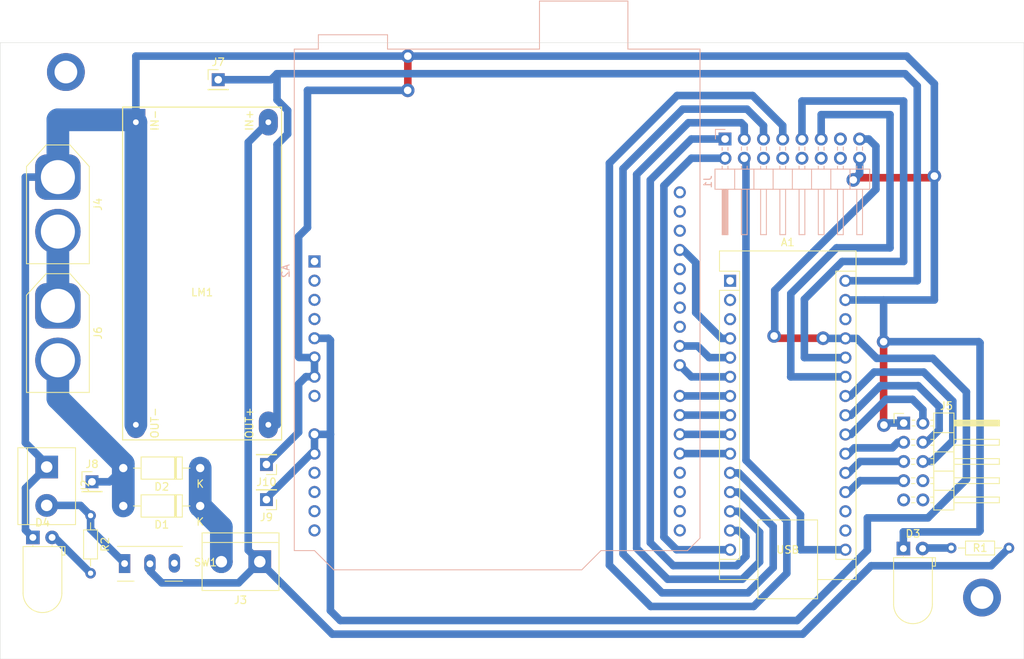
<source format=kicad_pcb>
(kicad_pcb (version 20240108) (generator "pcbnew") (generator_version "8.0")
  (layers (0 "F.Cu" signal) (31 "B.Cu" signal) (34 "B.Paste" user) (35 "F.Paste" user) (36 "B.SilkS" user "B.Silkscreen") (37 "F.SilkS" user "F.Silkscreen") (38 "B.Mask" user) (39 "F.Mask" user) (44 "Edge.Cuts" user))
  (net 0 "")
  (footprint "LED_THT:LED_D5.0mm_Horizontal_O1.27mm_Z3.0mm" (layer "F.Cu") (at 84.547 103.351)
    (property "Reference" "D4" (at 1.27 -1.96 0) (layer "F.SilkS"))
    (property "Value" "LED")
    (pad "1" thru_hole rect (at 0 0) (size 1.8 1.8) (drill 0.9) (layers "*.Cu" "*.Mask"))
    (pad "2" thru_hole circle (at 2.54 0) (size 1.8 1.8) (drill 0.9) (layers "*.Cu" "*.Mask"))
  )
  (footprint "Diode_THT:D_DO-41_SOD81_P10.16mm_Horizontal" (layer "F.Cu") (at 106.65 94.18 180)
    (property "Reference" "D2" (at 5.08 -2.47 180) (layer "F.SilkS"))
    (property "Value" "1N4007")
    (fp_text user "K" (at 0 -2.1 180) (layer "F.SilkS"))
    (pad "1" thru_hole rect (at 0 0 180) (size 2.2 2.2) (drill 1.1) (layers "*.Cu" "*.Mask"))
    (pad "2" thru_hole oval (at 10.16 0 180) (size 2.2 2.2) (drill 1.1) (layers "*.Cu" "*.Mask"))
  )
  (footprint "Resistor_THT:R_Axial_DIN0204_L3.6mm_D1.6mm_P7.62mm_Horizontal" (layer "F.Cu") (at 213.494 104.746 180)
    (property "Reference" "R1" (at 3.81 0 180) (layer "F.SilkS"))
    (property "Value" "220")
    (pad "1" thru_hole circle (at 0 0 180) (size 1.4 1.4) (drill 0.7) (layers "*.Cu" "*.Mask"))
    (pad "2" thru_hole oval (at 7.62 0 180) (size 1.4 1.4) (drill 0.7) (layers "*.Cu" "*.Mask"))
  )
  (footprint "Connector_PinHeader_2.54mm:PinHeader_1x01_P2.54mm_Vertical" (layer "F.Cu") (at 115.404 93.703688 180)
    (property "Reference" "J10" (at 0 -2.33 180) (layer "F.SilkS"))
    (property "Value" "Conn_01x01")
    (pad "1" thru_hole rect (at 0 0 180) (size 1.7 1.7) (drill 1) (layers "*.Cu" "*.Mask"))
  )
  (footprint "Connector_AMASS:AMASS_XT60-M_1x02_P7.20mm_Vertical" (layer "F.Cu") (at 87.854 55.712 -90)
    (property "Reference" "J4" (at 3.6 -5.3 90) (layer "F.SilkS"))
    (property "Value" "Power Input 2")
    (pad "1" thru_hole roundrect (at 0 0 270) (size 6 6) (drill 4.5) (layers "*.Cu" "*.Mask"))
    (pad "2" thru_hole circle (at 7.2 0 270) (size 6 6) (drill 4.5) (layers "*.Cu" "*.Mask"))
  )
  (footprint "LED_THT:LED_D5.0mm_Horizontal_O1.27mm_Z3.0mm" (layer "F.Cu") (at 199.549 104.818688)
    (property "Reference" "D3" (at 1.27 -1.96 0) (layer "F.SilkS"))
    (property "Value" "LED")
    (pad "1" thru_hole rect (at 0 0) (size 1.8 1.8) (drill 0.9) (layers "*.Cu" "*.Mask"))
    (pad "2" thru_hole circle (at 2.54 0) (size 1.8 1.8) (drill 0.9) (layers "*.Cu" "*.Mask"))
  )
  (footprint "Connector_PinHeader_2.54mm:PinHeader_2x05_P2.54mm_Horizontal" (layer "F.Cu") (at 199.588 88.22756)
    (property "Reference" "J5" (at 5.655 -2.27 0) (layer "F.SilkS"))
    (property "Value" "IDC Placa Botones")
    (pad "1" thru_hole rect (at 0 0) (size 1.7 1.7) (drill 1) (layers "*.Cu" "*.Mask"))
    (pad "2" thru_hole oval (at 2.54 0) (size 1.7 1.7) (drill 1) (layers "*.Cu" "*.Mask"))
    (pad "3" thru_hole oval (at 0 2.54) (size 1.7 1.7) (drill 1) (layers "*.Cu" "*.Mask"))
    (pad "4" thru_hole oval (at 2.54 2.54) (size 1.7 1.7) (drill 1) (layers "*.Cu" "*.Mask"))
    (pad "5" thru_hole oval (at 0 5.08) (size 1.7 1.7) (drill 1) (layers "*.Cu" "*.Mask"))
    (pad "6" thru_hole oval (at 2.54 5.08) (size 1.7 1.7) (drill 1) (layers "*.Cu" "*.Mask"))
    (pad "7" thru_hole oval (at 0 7.62) (size 1.7 1.7) (drill 1) (layers "*.Cu" "*.Mask"))
    (pad "8" thru_hole oval (at 2.54 7.62) (size 1.7 1.7) (drill 1) (layers "*.Cu" "*.Mask"))
    (pad "9" thru_hole oval (at 0 10.16) (size 1.7 1.7) (drill 1) (layers "*.Cu" "*.Mask"))
    (pad "10" thru_hole oval (at 2.54 10.16) (size 1.7 1.7) (drill 1) (layers "*.Cu" "*.Mask"))
  )
  (footprint "TerminalBlock:TerminalBlock_bornier-2_P5.08mm" (layer "F.Cu") (at 114.524 106.556 180)
    (property "Reference" "J3" (at 2.54 -5.08 180) (layer "F.SilkS"))
    (property "Value" "On/Off General")
    (pad "1" thru_hole rect (at 0 0 180) (size 3 3) (drill 1.52) (layers "*.Cu" "*.Mask"))
    (pad "2" thru_hole circle (at 5.08 0 180) (size 3 3) (drill 1.52) (layers "*.Cu" "*.Mask"))
  )
  (footprint "Connector_PinHeader_2.54mm:PinHeader_1x01_P2.54mm_Vertical" (layer "F.Cu") (at 92.364 95.993688)
    (property "Reference" "J8" (at 0 -2.33 0) (layer "F.SilkS"))
    (property "Value" "Conn_01x01")
    (pad "1" thru_hole rect (at 0 0) (size 1.7 1.7) (drill 1) (layers "*.Cu" "*.Mask"))
  )
  (footprint "Module:Arduino_Nano" (layer "F.Cu") (at 176.654 69.416)
    (property "Reference" "A1" (at 7.62 -5.08 0) (layer "F.SilkS"))
    (property "Value" "Arduino_Nano_v3.x")
    (fp_text user "USB" (at 7.62 35.56 0) (layer "F.SilkS"))
    (pad "1" thru_hole rect (at 0 0) (size 1.6 1.6) (drill 1) (layers "*.Cu" "*.Mask"))
    (pad "2" thru_hole oval (at 0 2.54) (size 1.6 1.6) (drill 1) (layers "*.Cu" "*.Mask"))
    (pad "3" thru_hole oval (at 0 5.08) (size 1.6 1.6) (drill 1) (layers "*.Cu" "*.Mask"))
    (pad "4" thru_hole oval (at 0 7.62) (size 1.6 1.6) (drill 1) (layers "*.Cu" "*.Mask"))
    (pad "5" thru_hole oval (at 0 10.16) (size 1.6 1.6) (drill 1) (layers "*.Cu" "*.Mask"))
    (pad "6" thru_hole oval (at 0 12.7) (size 1.6 1.6) (drill 1) (layers "*.Cu" "*.Mask"))
    (pad "7" thru_hole oval (at 0 15.24) (size 1.6 1.6) (drill 1) (layers "*.Cu" "*.Mask"))
    (pad "8" thru_hole oval (at 0 17.78) (size 1.6 1.6) (drill 1) (layers "*.Cu" "*.Mask"))
    (pad "9" thru_hole oval (at 0 20.32) (size 1.6 1.6) (drill 1) (layers "*.Cu" "*.Mask"))
    (pad "10" thru_hole oval (at 0 22.86) (size 1.6 1.6) (drill 1) (layers "*.Cu" "*.Mask"))
    (pad "11" thru_hole oval (at 0 25.4) (size 1.6 1.6) (drill 1) (layers "*.Cu" "*.Mask"))
    (pad "12" thru_hole oval (at 0 27.94) (size 1.6 1.6) (drill 1) (layers "*.Cu" "*.Mask"))
    (pad "13" thru_hole oval (at 0 30.48) (size 1.6 1.6) (drill 1) (layers "*.Cu" "*.Mask"))
    (pad "14" thru_hole oval (at 0 33.02) (size 1.6 1.6) (drill 1) (layers "*.Cu" "*.Mask"))
    (pad "15" thru_hole oval (at 0 35.56) (size 1.6 1.6) (drill 1) (layers "*.Cu" "*.Mask"))
    (pad "16" thru_hole oval (at 15.24 35.56) (size 1.6 1.6) (drill 1) (layers "*.Cu" "*.Mask"))
    (pad "17" thru_hole oval (at 15.24 33.02) (size 1.6 1.6) (drill 1) (layers "*.Cu" "*.Mask"))
    (pad "18" thru_hole oval (at 15.24 30.48) (size 1.6 1.6) (drill 1) (layers "*.Cu" "*.Mask"))
    (pad "19" thru_hole oval (at 15.24 27.94) (size 1.6 1.6) (drill 1) (layers "*.Cu" "*.Mask"))
    (pad "20" thru_hole oval (at 15.24 25.4) (size 1.6 1.6) (drill 1) (layers "*.Cu" "*.Mask"))
    (pad "21" thru_hole oval (at 15.24 22.86) (size 1.6 1.6) (drill 1) (layers "*.Cu" "*.Mask"))
    (pad "22" thru_hole oval (at 15.24 20.32) (size 1.6 1.6) (drill 1) (layers "*.Cu" "*.Mask"))
    (pad "23" thru_hole oval (at 15.24 17.78) (size 1.6 1.6) (drill 1) (layers "*.Cu" "*.Mask"))
    (pad "24" thru_hole oval (at 15.24 15.24) (size 1.6 1.6) (drill 1) (layers "*.Cu" "*.Mask"))
    (pad "25" thru_hole oval (at 15.24 12.7) (size 1.6 1.6) (drill 1) (layers "*.Cu" "*.Mask"))
    (pad "26" thru_hole oval (at 15.24 10.16) (size 1.6 1.6) (drill 1) (layers "*.Cu" "*.Mask"))
    (pad "27" thru_hole oval (at 15.24 7.62) (size 1.6 1.6) (drill 1) (layers "*.Cu" "*.Mask"))
    (pad "28" thru_hole oval (at 15.24 5.08) (size 1.6 1.6) (drill 1) (layers "*.Cu" "*.Mask"))
    (pad "29" thru_hole oval (at 15.24 2.54) (size 1.6 1.6) (drill 1) (layers "*.Cu" "*.Mask"))
    (pad "30" thru_hole oval (at 15.24 0) (size 1.6 1.6) (drill 1) (layers "*.Cu" "*.Mask"))
  )
  (footprint "TerminalBlock:TerminalBlock_bornier-2_P5.08mm" (layer "F.Cu") (at 86.374 94.036 -90)
    (property "Reference" "J2" (at 2.54 -5.08 90) (layer "F.SilkS"))
    (property "Value" "Power Monster")
    (pad "1" thru_hole rect (at 0 0 270) (size 3 3) (drill 1.52) (layers "*.Cu" "*.Mask"))
    (pad "2" thru_hole circle (at 5.08 0 270) (size 3 3) (drill 1.52) (layers "*.Cu" "*.Mask"))
  )
  (footprint "Connector_PinHeader_2.54mm:PinHeader_1x01_P2.54mm_Vertical" (layer "F.Cu") (at 109.034 42.833688)
    (property "Reference" "J7" (at 0 -2.33 0) (layer "F.SilkS"))
    (property "Value" "Conn_01x01")
    (pad "1" thru_hole rect (at 0 0) (size 1.7 1.7) (drill 1) (layers "*.Cu" "*.Mask"))
  )
  (footprint "Resistor_THT:R_Axial_DIN0204_L3.6mm_D1.6mm_P7.62mm_Horizontal" (layer "F.Cu") (at 92.172 100.46 -90)
    (property "Reference" "R2" (at 3.81 -1.92 90) (layer "F.SilkS"))
    (property "Value" "220")
    (pad "1" thru_hole circle (at 0 0 270) (size 1.4 1.4) (drill 0.7) (layers "*.Cu" "*.Mask"))
    (pad "2" thru_hole oval (at 7.62 0 270) (size 1.4 1.4) (drill 0.7) (layers "*.Cu" "*.Mask"))
  )
  (footprint "Connector_PinHeader_2.54mm:PinHeader_1x01_P2.54mm_Vertical" (layer "F.Cu") (at 115.404 98.353688 180)
    (property "Reference" "J9" (at 0 -2.33 180) (layer "F.SilkS"))
    (property "Value" "Conn_01x01")
    (pad "1" thru_hole rect (at 0 0 180) (size 1.7 1.7) (drill 1) (layers "*.Cu" "*.Mask"))
  )
  (footprint "" (layer "F.Cu") (at 209.94 111.3)
    (property "Reference" "" (at 0 0 0) (layer "F.SilkS") (effects (font (size 1.27 1.27))))
    (property "Value" "")
    (pad "2" thru_hole circle (at 0 0 180) (size 5 5) (drill 3) (layers "*.Cu" "*.Mask"))
  )
  (footprint "StepDown:StepDown" (layer "F.Cu") (at 106.904 68.456)
    (property "Reference" "LM1" (at 0 2.5 0) (layer "F.SilkS"))
    (property "Value" "LM2596_OK")
    (fp_text user "OUT+" (at 6.25 19.75 90) (layer "F.SilkS"))
    (fp_text user "IN-" (at -6.25 -20.25 90) (layer "F.SilkS"))
    (fp_text user "IN+" (at 6.25 -20.25 90) (layer "F.SilkS"))
    (fp_text user "OUT-" (at -6.25 19.75 90) (layer "F.SilkS"))
    (pad "1" thru_hole rect (at -8.75 -20) (size 2.5 3.5) (drill 0.762) (layers "*.Cu" "*.Mask"))
    (pad "2" thru_hole oval (at 8.75 -20) (size 2.5 3.5) (drill 0.762) (layers "*.Cu" "*.Mask"))
    (pad "3" thru_hole oval (at -8.75 20) (size 2.5 3.5) (drill 0.762) (layers "*.Cu" "*.Mask"))
    (pad "4" thru_hole oval (at 8.75 20) (size 2.5 3.5) (drill 0.762) (layers "*.Cu" "*.Mask"))
  )
  (footprint "Diode_THT:D_DO-41_SOD81_P10.16mm_Horizontal" (layer "F.Cu") (at 106.65 99.19 180)
    (property "Reference" "D1" (at 5.08 -2.47 180) (layer "F.SilkS"))
    (property "Value" "1N4007")
    (fp_text user "K" (at 0 -2.1 180) (layer "F.SilkS"))
    (pad "1" thru_hole rect (at 0 0 180) (size 2.2 2.2) (drill 1.1) (layers "*.Cu" "*.Mask"))
    (pad "2" thru_hole oval (at 10.16 0 180) (size 2.2 2.2) (drill 1.1) (layers "*.Cu" "*.Mask"))
  )
  (footprint "Connector_AMASS:AMASS_XT60-M_1x02_P7.20mm_Vertical" (layer "F.Cu") (at 87.854 72.73 -90)
    (property "Reference" "J6" (at 3.6 -5.3 90) (layer "F.SilkS"))
    (property "Value" "Power Input 1")
    (pad "1" thru_hole roundrect (at 0 0 270) (size 6 6) (drill 4.5) (layers "*.Cu" "*.Mask"))
    (pad "2" thru_hole circle (at 7.2 0 270) (size 6 6) (drill 4.5) (layers "*.Cu" "*.Mask"))
  )
  (footprint "Button_Switch_THT:SW_Slide_SPDT_Angled_CK_OS102011MA1Q" (layer "F.Cu") (at 98.014 106.836)
    (property "Reference" "SW1" (at 9.34 -0.18 0) (layer "F.SilkS"))
    (property "Value" "On/Off Motores")
    (pad "1" thru_hole rect (at -1.35 -0.03) (size 1.5 2.5) (drill 0.9) (layers "*.Cu" "*.Mask"))
    (pad "2" thru_hole oval (at 2 0) (size 1.5 2.5) (drill 0.9) (layers "*.Cu" "*.Mask"))
    (pad "3" thru_hole oval (at 5.23 -0.08) (size 1.5 2.5) (drill 0.9) (layers "*.Cu" "*.Mask"))
  )
  (footprint "" (layer "F.Cu") (at 88.91 41.82)
    (property "Reference" "" (at 0 0 0) (layer "F.SilkS") (effects (font (size 1.27 1.27))))
    (property "Value" "")
    (pad "2" thru_hole circle (at 0 0 180) (size 5 5) (drill 3) (layers "*.Cu" "*.Mask"))
  )
  (footprint "Module:Arduino_UNO_R3" (layer "B.Cu") (at 121.754 66.861 -90)
    (property "Reference" "A2" (at 1.27 3.81 90) (layer "B.SilkS") (effects (justify mirror)))
    (property "Value" "MONSTER SHIELD")
    (pad "1" thru_hole rect (at 0 0 180) (size 1.6 1.6) (drill 1) (layers "*.Cu" "*.Mask"))
    (pad "2" thru_hole oval (at 2.54 0 180) (size 1.6 1.6) (drill 1) (layers "*.Cu" "*.Mask"))
    (pad "3" thru_hole oval (at 5.08 0 180) (size 1.6 1.6) (drill 1) (layers "*.Cu" "*.Mask"))
    (pad "4" thru_hole oval (at 7.62 0 180) (size 1.6 1.6) (drill 1) (layers "*.Cu" "*.Mask"))
    (pad "5" thru_hole oval (at 10.16 0 180) (size 1.6 1.6) (drill 1) (layers "*.Cu" "*.Mask"))
    (pad "6" thru_hole oval (at 12.7 0 180) (size 1.6 1.6) (drill 1) (layers "*.Cu" "*.Mask"))
    (pad "7" thru_hole oval (at 15.24 0 180) (size 1.6 1.6) (drill 1) (layers "*.Cu" "*.Mask"))
    (pad "8" thru_hole oval (at 17.78 0 180) (size 1.6 1.6) (drill 1) (layers "*.Cu" "*.Mask"))
    (pad "9" thru_hole oval (at 22.86 0 180) (size 1.6 1.6) (drill 1) (layers "*.Cu" "*.Mask"))
    (pad "10" thru_hole oval (at 25.4 0 180) (size 1.6 1.6) (drill 1) (layers "*.Cu" "*.Mask"))
    (pad "11" thru_hole oval (at 27.94 0 180) (size 1.6 1.6) (drill 1) (layers "*.Cu" "*.Mask"))
    (pad "12" thru_hole oval (at 30.48 0 180) (size 1.6 1.6) (drill 1) (layers "*.Cu" "*.Mask"))
    (pad "13" thru_hole oval (at 33.02 0 180) (size 1.6 1.6) (drill 1) (layers "*.Cu" "*.Mask"))
    (pad "14" thru_hole oval (at 35.56 0 180) (size 1.6 1.6) (drill 1) (layers "*.Cu" "*.Mask"))
    (pad "15" thru_hole oval (at 35.56 -48.26 180) (size 1.6 1.6) (drill 1) (layers "*.Cu" "*.Mask"))
    (pad "16" thru_hole oval (at 33.02 -48.26 180) (size 1.6 1.6) (drill 1) (layers "*.Cu" "*.Mask"))
    (pad "17" thru_hole oval (at 30.48 -48.26 180) (size 1.6 1.6) (drill 1) (layers "*.Cu" "*.Mask"))
    (pad "18" thru_hole oval (at 27.94 -48.26 180) (size 1.6 1.6) (drill 1) (layers "*.Cu" "*.Mask"))
    (pad "19" thru_hole oval (at 25.4 -48.26 180) (size 1.6 1.6) (drill 1) (layers "*.Cu" "*.Mask"))
    (pad "20" thru_hole oval (at 22.86 -48.26 180) (size 1.6 1.6) (drill 1) (layers "*.Cu" "*.Mask"))
    (pad "21" thru_hole oval (at 20.32 -48.26 180) (size 1.6 1.6) (drill 1) (layers "*.Cu" "*.Mask"))
    (pad "22" thru_hole oval (at 17.78 -48.26 180) (size 1.6 1.6) (drill 1) (layers "*.Cu" "*.Mask"))
    (pad "23" thru_hole oval (at 13.72 -48.26 180) (size 1.6 1.6) (drill 1) (layers "*.Cu" "*.Mask"))
    (pad "24" thru_hole oval (at 11.18 -48.26 180) (size 1.6 1.6) (drill 1) (layers "*.Cu" "*.Mask"))
    (pad "25" thru_hole oval (at 8.64 -48.26 180) (size 1.6 1.6) (drill 1) (layers "*.Cu" "*.Mask"))
    (pad "26" thru_hole oval (at 6.1 -48.26 180) (size 1.6 1.6) (drill 1) (layers "*.Cu" "*.Mask"))
    (pad "27" thru_hole oval (at 3.56 -48.26 180) (size 1.6 1.6) (drill 1) (layers "*.Cu" "*.Mask"))
    (pad "28" thru_hole oval (at 1.02 -48.26 180) (size 1.6 1.6) (drill 1) (layers "*.Cu" "*.Mask"))
    (pad "29" thru_hole oval (at -1.52 -48.26 180) (size 1.6 1.6) (drill 1) (layers "*.Cu" "*.Mask"))
    (pad "30" thru_hole oval (at -4.06 -48.26 180) (size 1.6 1.6) (drill 1) (layers "*.Cu" "*.Mask"))
    (pad "31" thru_hole oval (at -6.6 -48.26 180) (size 1.6 1.6) (drill 1) (layers "*.Cu" "*.Mask"))
    (pad "32" thru_hole oval (at -9.14 -48.26 180) (size 1.6 1.6) (drill 1) (layers "*.Cu" "*.Mask"))
  )
  (footprint "Connector_PinHeader_2.54mm:PinHeader_2x08_P2.54mm_Horizontal" (layer "B.Cu") (at 175.992 50.676 -90)
    (property "Reference" "J1" (at 5.655 2.27 90) (layer "B.SilkS") (effects (justify mirror)))
    (property "Value" "Conexion Sensores")
    (pad "1" thru_hole rect (at 0 0 270) (size 1.7 1.7) (drill 1) (layers "*.Cu" "*.Mask"))
    (pad "2" thru_hole oval (at 2.54 0 270) (size 1.7 1.7) (drill 1) (layers "*.Cu" "*.Mask"))
    (pad "3" thru_hole oval (at 0 -2.54 270) (size 1.7 1.7) (drill 1) (layers "*.Cu" "*.Mask"))
    (pad "4" thru_hole oval (at 2.54 -2.54 270) (size 1.7 1.7) (drill 1) (layers "*.Cu" "*.Mask"))
    (pad "5" thru_hole oval (at 0 -5.08 270) (size 1.7 1.7) (drill 1) (layers "*.Cu" "*.Mask"))
    (pad "6" thru_hole oval (at 2.54 -5.08 270) (size 1.7 1.7) (drill 1) (layers "*.Cu" "*.Mask"))
    (pad "7" thru_hole oval (at 0 -7.62 270) (size 1.7 1.7) (drill 1) (layers "*.Cu" "*.Mask"))
    (pad "8" thru_hole oval (at 2.54 -7.62 270) (size 1.7 1.7) (drill 1) (layers "*.Cu" "*.Mask"))
    (pad "9" thru_hole oval (at 0 -10.16 270) (size 1.7 1.7) (drill 1) (layers "*.Cu" "*.Mask"))
    (pad "10" thru_hole oval (at 2.54 -10.16 270) (size 1.7 1.7) (drill 1) (layers "*.Cu" "*.Mask"))
    (pad "11" thru_hole oval (at 0 -12.7 270) (size 1.7 1.7) (drill 1) (layers "*.Cu" "*.Mask"))
    (pad "12" thru_hole oval (at 2.54 -12.7 270) (size 1.7 1.7) (drill 1) (layers "*.Cu" "*.Mask"))
    (pad "13" thru_hole oval (at 0 -15.24 270) (size 1.7 1.7) (drill 1) (layers "*.Cu" "*.Mask"))
    (pad "14" thru_hole oval (at 2.54 -15.24 270) (size 1.7 1.7) (drill 1) (layers "*.Cu" "*.Mask"))
    (pad "15" thru_hole oval (at 0 -17.78 270) (size 1.7 1.7) (drill 1) (layers "*.Cu" "*.Mask"))
    (pad "16" thru_hole oval (at 2.54 -17.78 270) (size 1.7 1.7) (drill 1) (layers "*.Cu" "*.Mask"))
  )
  (gr_rect (start 80.23 37.94) (end 215.48 119.43) (stroke (width 0.05)) (fill none) (layer "Edge.Cuts"))
  (segment (start 182.774 77.013688) (end 182.474 76.713688) (width 1) (layer "F.Cu") (net 0))
  (segment (start 193.224 55.793688) (end 203.424 55.793688) (width 1) (layer "F.Cu") (net 0))
  (segment (start 203.424 55.793688) (end 203.644 55.573688) (width 1) (layer "F.Cu") (net 0))
  (segment (start 188.944 77.013688) (end 182.774 77.013688) (width 1) (layer "F.Cu") (net 0))
  (segment (start 134.084 44.22) (end 134.064 44.24) (width 1) (layer "F.Cu") (net 0))
  (segment (start 196.938 77.47256) (end 196.938 88.45256) (width 1) (layer "F.Cu") (net 0))
  (segment (start 196.938 88.45256) (end 196.978635 88.493195) (width 1) (layer "F.Cu") (net 0))
  (segment (start 134.084 39.713688) (end 134.084 44.22) (width 1) (layer "F.Cu") (net 0))
  (segment (start 192.934 56.083688) (end 193.224 55.793688) (width 1) (layer "F.Cu") (net 0))
  (via (at 196.978635 88.493195) (size 1.8) (drill 1) (layers "F.Cu" "B.Cu") (net 0))
  (via (at 134.084 39.713688) (size 1.8) (drill 1) (layers "F.Cu" "B.Cu") (net 0))
  (via (at 192.934 56.083688) (size 1.8) (drill 1) (layers "F.Cu" "B.Cu") (net 0))
  (via (at 134.064 44.24) (size 1.8) (drill 1) (layers "F.Cu" "B.Cu") (net 0))
  (via (at 203.644 55.573688) (size 1.8) (drill 1) (layers "F.Cu" "B.Cu") (net 0))
  (via (at 188.944 77.013688) (size 1.8) (drill 1) (layers "F.Cu" "B.Cu") (net 0))
  (via (at 196.938 77.47256) (size 1.8) (drill 1) (layers "F.Cu" "B.Cu") (net 0))
  (via (at 182.474 76.713688) (size 1.8) (drill 1) (layers "F.Cu" "B.Cu") (net 0))
  (segment (start 160.714 107.01856) (end 166.17144 112.476) (width 1) (layer "B.Cu") (net 0))
  (segment (start 176.639 87.181) (end 176.654 87.196) (width 1) (layer "B.Cu") (net 0))
  (segment (start 202.62856 90.76756) (end 204.278 89.11812) (width 1) (layer "B.Cu") (net 0))
  (segment (start 121.324151 92.261) (end 121.754 92.261) (width 1) (layer "B.Cu") (net 0))
  (segment (start 115.654 48.456) (end 113 51.11) (width 1) (layer "B.Cu") (net 0))
  (segment (start 83.574 102.378) (end 83.574 96.836) (width 1) (layer "B.Cu") (net 0))
  (segment (start 166.17144 112.476) (end 179.760601 112.476) (width 1) (layer "B.Cu") (net 0))
  (segment (start 170.443849 65.341) (end 170.014 65.341) (width 1) (layer "B.Cu") (net 0))
  (segment (start 84.547 103.351) (end 83.574 102.378) (width 1) (layer "B.Cu") (net 0))
  (segment (start 123.854 113.023688) (end 123.854 89.721) (width 1) (layer "B.Cu") (net 0))
  (segment (start 160.714 53.868815) (end 160.714 107.01856) (width 1) (layer "B.Cu") (net 0))
  (segment (start 101.576 109.356) (end 100.064 107.844) (width 1) (layer "B.Cu") (net 0))
  (segment (start 87.854 72.73) (end 87.854 62.912) (width 3) (layer "B.Cu") (net 0))
  (segment (start 206.078 90.559641) (end 206.078 85.326392) (width 1) (layer "B.Cu") (net 0))
  (segment (start 182.354 101.913462) (end 182.354 107.337017) (width 1) (layer "B.Cu") (net 0))
  (segment (start 192.323849 94.816) (end 191.894 94.816) (width 1) (layer "B.Cu") (net 0))
  (segment (start 170.014 92.261) (end 176.639 92.261) (width 1) (layer "B.Cu") (net 0))
  (segment (start 199.77056 42.04) (end 201.384 43.65344) (width 1) (layer "B.Cu") (net 0))
  (segment (start 87.443 103.351) (end 92.172 108.08) (width 1) (layer "B.Cu") (net 0))
  (segment (start 203.442872 79.67256) (end 207.878 84.107688) (width 1) (layer "B.Cu") (net 0))
  (segment (start 118.204 50.012245) (end 118.204 46.899755) (width 1) (layer "B.Cu") (net 0))
  (segment (start 120.827688 62.38) (end 120.827688 44.24) (width 1) (layer "B.Cu") (net 0))
  (segment (start 191.894 82.116) (end 184.666312 82.116) (width 1) (layer "B.Cu") (net 0))
  (segment (start 201.384 43.65344) (end 201.384 69.416) (width 1) (layer "B.Cu") (net 0))
  (segment (start 120.62263 82.101) (end 121.754 82.101) (width 1) (layer "B.Cu") (net 0))
  (segment (start 191.477591 66.86256) (end 186.474 71.866151) (width 1) (layer "B.Cu") (net 0))
  (segment (start 198.823 90.76756) (end 199.588 90.76756) (width 1) (layer "B.Cu") (net 0))
  (segment (start 199.549 104.818688) (end 199.549 102.618688) (width 1) (layer "B.Cu") (net 0))
  (segment (start 183.612 50.676) (end 183.612 48.904832) (width 1) (layer "B.Cu") (net 0))
  (segment (start 172.114 73.62737) (end 172.114 67.011151) (width 1) (layer "B.Cu") (net 0))
  (segment (start 202.128 86.46756) (end 200.753 85.09256) (width 1) (layer "B.Cu") (net 0))
  (segment (start 173.904 79.576) (end 176.654 79.576) (width 1) (layer "B.Cu") (net 0))
  (segment (start 184.674 71.120567) (end 190.732007 65.06256) (width 1) (layer "B.Cu") (net 0))
  (segment (start 196.978635 88.493195) (end 197.24427 88.22756) (width 1) (layer "B.Cu") (net 0))
  (segment (start 172.369 78.041) (end 173.904 79.576) (width 1) (layer "B.Cu") (net 0))
  (segment (start 199.584 66.86256) (end 191.477591 66.86256) (width 1) (layer "B.Cu") (net 0))
  (segment (start 182.474 76.713688) (end 182.554 76.633688) (width 1) (layer "B.Cu") (net 0))
  (segment (start 193.832289 93.30756) (end 192.323849 94.816) (width 1) (layer "B.Cu") (net 0))
  (segment (start 202.128 90.76756) (end 202.62856 90.76756) (width 1) (layer "B.Cu") (net 0))
  (segment (start 184.666312 82.116) (end 184.664 82.113688) (width 1) (layer "B.Cu") (net 0))
  (segment (start 188.944 77.013688) (end 188.966312 77.036) (width 1) (layer "B.Cu") (net 0))
  (segment (start 180.554 106.591433) (end 178.269433 108.876) (width 1) (layer "B.Cu") (net 0))
  (segment (start 116.804 88.456) (end 116.804 51.412245) (width 1) (layer "B.Cu") (net 0))
  (segment (start 92.364 95.993688) (end 94.676312 95.993688) (width 1) (layer "B.Cu") (net 0))
  (segment (start 121.754 77.021) (end 123.601312 77.021) (width 1) (layer "B.Cu") (net 0))
  (segment (start 171.549 82.116) (end 176.654 82.116) (width 1) (layer "B.Cu") (net 0))
  (segment (start 116.804 45.499755) (end 116.804 42.04) (width 1) (layer "B.Cu") (net 0))
  (segment (start 201.384 69.416) (end 191.894 69.416) (width 1) (layer "B.Cu") (net 0))
  (segment (start 180.554 102.659046) (end 180.554 106.591433) (width 1) (layer "B.Cu") (net 0))
  (segment (start 96.49 99.19) (end 96.49 94.18) (width 3) (layer "B.Cu") (net 0))
  (segment (start 202.244168 81.49256) (end 195.688 81.49256) (width 1) (layer "B.Cu") (net 0))
  (segment (start 178.887584 46.726) (end 181.072 48.910416) (width 1) (layer "B.Cu") (net 0))
  (segment (start 123.601312 77.021) (end 123.854 77.273688) (width 1) (layer "B.Cu") (net 0))
  (segment (start 109.444 106.556) (end 109.444 101.984) (width 3) (layer "B.Cu") (net 0))
  (segment (start 206.078 85.326392) (end 202.244168 81.49256) (width 1) (layer "B.Cu") (net 0))
  (segment (start 196.938 71.956) (end 194.464 71.956) (width 1) (layer "B.Cu") (net 0))
  (segment (start 192.934 56.083688) (end 193.772 55.245688) (width 1) (layer "B.Cu") (net 0))
  (segment (start 86.374 99.116) (end 90.828 99.116) (width 1) (layer "B.Cu") (net 0))
  (segment (start 177.790954 99.896) (end 180.554 102.659046) (width 1) (layer "B.Cu") (net 0))
  (segment (start 202.161688 104.746) (end 202.089 104.818688) (width 1) (layer "B.Cu") (net 0))
  (segment (start 177.796538 97.356) (end 182.354 101.913462) (width 1) (layer "B.Cu") (net 0))
  (segment (start 190.732007 65.06256) (end 197.784 65.06256) (width 1) (layer "B.Cu") (net 0))
  (segment (start 203.644 55.573688) (end 203.644 71.956) (width 1) (layer "B.Cu") (net 0))
  (segment (start 87.854 55.712) (end 87.854 48.136) (width 3) (layer "B.Cu") (net 0))
  (segment (start 192.52456 84.656) (end 191.894 84.656) (width 1) (layer "B.Cu") (net 0))
  (segment (start 193.772 55.245688) (end 193.772 53.216) (width 1) (layer "B.Cu") (net 0))
  (segment (start 106.65 94.18) (end 106.65 99.19) (width 3) (layer "B.Cu") (net 0))
  (segment (start 183.612 48.904832) (end 179.633168 44.926) (width 1) (layer "B.Cu") (net 0))
  (segment (start 164.314 104.782017) (end 164.314 55.359983) (width 1) (layer "B.Cu") (net 0))
  (segment (start 193.39017 77.036) (end 196.02673 79.67256) (width 1) (layer "B.Cu") (net 0))
  (segment (start 197.784 47.45256) (end 188.692 47.45256) (width 1) (layer "B.Cu") (net 0))
  (segment (start 118.204 46.899755) (end 116.804 45.499755) (width 1) (layer "B.Cu") (net 0))
  (segment (start 92.172 102.264) (end 96.714 106.806) (width 1) (layer "B.Cu") (net 0))
  (segment (start 116.804 42.04) (end 199.77056 42.04) (width 1) (layer "B.Cu") (net 0))
  (segment (start 175.52263 77.036) (end 172.114 73.62737) (width 1) (layer "B.Cu") (net 0))
  (segment (start 202.790271 100.765849) (end 194.794302 100.765849) (width 1) (layer "B.Cu") (net 0))
  (segment (start 123.854 77.273688) (end 123.854 89.721) (width 1) (layer "B.Cu") (net 0))
  (segment (start 201.498584 83.29256) (end 196.522416 83.29256) (width 1) (layer "B.Cu") (net 0))
  (segment (start 164.314 55.359983) (end 171.147983 48.526) (width 1) (layer "B.Cu") (net 0))
  (segment (start 119.731312 79.561) (end 119.654 79.483688) (width 1) (layer "B.Cu") (net 0))
  (segment (start 186.474 79.576) (end 191.894 79.576) (width 1) (layer "B.Cu") (net 0))
  (segment (start 203.644 55.573688) (end 203.644 43.367856) (width 1) (layer "B.Cu") (net 0))
  (segment (start 124.101688 116.133688) (end 186.251745 116.133688) (width 1) (layer "B.Cu") (net 0))
  (segment (start 116.010312 42.833688) (end 116.804 42.04) (width 1) (layer "B.Cu") (net 0))
  (segment (start 196.02673 79.67256) (end 203.442872 79.67256) (width 1) (layer "B.Cu") (net 0))
  (segment (start 90.828 99.116) (end 92.172 100.46) (width 1) (layer "B.Cu") (net 0))
  (segment (start 87.854 48.136) (end 97.834 48.136) (width 3) (layer "B.Cu") (net 0))
  (segment (start 184.674 82.103688) (end 184.674 71.120567) (width 1) (layer "B.Cu") (net 0))
  (segment (start 202.128 88.22756) (end 202.128 86.46756) (width 1) (layer "B.Cu") (net 0))
  (segment (start 192.62456 89.736) (end 191.894 89.736) (width 1) (layer "B.Cu") (net 0))
  (segment (start 87.854 79.93) (end 87.854 84.966) (width 3) (layer "B.Cu") (net 0))
  (segment (start 191.894 92.276) (end 192.318265 92.276) (width 1) (layer "B.Cu") (net 0))
  (segment (start 195.291745 107.093688) (end 211.146312 107.093688) (width 1) (layer "B.Cu") (net 0))
  (segment (start 87.854 84.966) (end 96.49 93.602) (width 3) (layer "B.Cu") (net 0))
  (segment (start 194.794302 100.765849) (end 194.794302 105.045547) (width 1) (layer "B.Cu") (net 0))
  (segment (start 167.914 56.851151) (end 171.549151 53.216) (width 1) (layer "B.Cu") (net 0))
  (segment (start 198.083 91.50756) (end 198.823 90.76756) (width 1) (layer "B.Cu") (net 0))
  (segment (start 194.974081 50.676) (end 193.772 50.676) (width 1) (layer "B.Cu") (net 0))
  (segment (start 186.474 71.866151) (end 186.474 79.576) (width 1) (layer "B.Cu") (net 0))
  (segment (start 120.827688 44.24) (end 134.064 44.24) (width 1) (layer "B.Cu") (net 0))
  (segment (start 123.854 89.721) (end 121.754 89.721) (width 1) (layer "B.Cu") (net 0))
  (segment (start 119.654 89.453688) (end 119.654 83.06963) (width 1) (layer "B.Cu") (net 0))
  (segment (start 192.618976 87.196) (end 191.894 87.196) (width 1) (layer "B.Cu") (net 0))
  (segment (start 181.072 48.910416) (end 181.072 50.676) (width 1) (layer "B.Cu") (net 0))
  (segment (start 86.374 93.646) (end 83.554 90.826) (width 1) (layer "B.Cu") (net 0))
  (segment (start 113 51.11) (end 113 105.032) (width 1) (layer "B.Cu") (net 0))
  (segment (start 195.922 51.623919) (end 194.974081 50.676) (width 1) (layer "B.Cu") (net 0))
  (segment (start 114.524 106.556) (end 111.724 109.356) (width 1) (layer "B.Cu") (net 0))
  (segment (start 113 105.032) (end 114.524 106.556) (width 1) (layer "B.Cu") (net 0))
  (segment (start 195.688 81.49256) (end 192.52456 84.656) (width 1) (layer "B.Cu") (net 0))
  (segment (start 169.153567 107.076) (end 166.114 104.036433) (width 1) (layer "B.Cu") (net 0))
  (segment (start 203.644 43.367856) (end 199.989832 39.713688) (width 1) (layer "B.Cu") (net 0))
  (segment (start 193.086705 91.50756) (end 198.083 91.50756) (width 1) (layer "B.Cu") (net 0))
  (segment (start 119.654 63.553688) (end 120.827688 62.38) (width 1) (layer "B.Cu") (net 0))
  (segment (start 192.329433 97.356) (end 193.837873 95.84756) (width 1) (layer "B.Cu") (net 0))
  (segment (start 178.269433 108.876) (end 168.407983 108.876) (width 1) (layer "B.Cu") (net 0))
  (segment (start 86.374 94.036) (end 86.374 93.646) (width 1) (layer "B.Cu") (net 0))
  (segment (start 125.164 114.333688) (end 123.854 113.023688) (width 1) (layer "B.Cu") (net 0))
  (segment (start 185.954 100.345849) (end 178.754 93.145849) (width 1) (layer "B.Cu") (net 0))
  (segment (start 115.404 93.703688) (end 119.654 89.453688) (width 1) (layer "B.Cu") (net 0))
  (segment (start 170.014 80.581) (end 171.549 82.116) (width 1) (layer "B.Cu") (net 0))
  (segment (start 109.034 42.833688) (end 116.010312 42.833688) (width 1) (layer "B.Cu") (net 0))
  (segment (start 171.543567 50.676) (end 175.992 50.676) (width 1) (layer "B.Cu") (net 0))
  (segment (start 121.754 89.721) (end 121.754 92.261) (width 1) (layer "B.Cu") (net 0))
  (segment (start 176.654 77.036) (end 175.52263 77.036) (width 1) (layer "B.Cu") (net 0))
  (segment (start 119.654 83.06963) (end 120.62263 82.101) (width 1) (layer "B.Cu") (net 0))
  (segment (start 168.407983 108.876) (end 164.314 104.782017) (width 1) (layer "B.Cu") (net 0))
  (segment (start 196.522416 83.29256) (end 192.618976 87.196) (width 1) (layer "B.Cu") (net 0))
  (segment (start 176.654 99.896) (end 177.790954 99.896) (width 1) (layer "B.Cu") (net 0))
  (segment (start 170.014 87.181) (end 176.639 87.181) (width 1) (layer "B.Cu") (net 0))
  (segment (start 179.633168 44.926) (end 169.656815 44.926) (width 1) (layer "B.Cu") (net 0))
  (segment (start 182.354 107.337017) (end 179.015017 110.676) (width 1) (layer "B.Cu") (net 0))
  (segment (start 197.784 65.06256) (end 197.784 47.45256) (width 1) (layer "B.Cu") (net 0))
  (segment (start 179.760601 112.476) (end 184.154 108.082601) (width 1) (layer "B.Cu") (net 0))
  (segment (start 186.152 45.65256) (end 199.584 45.65256) (width 1) (layer "B.Cu") (net 0))
  (segment (start 196.938 77.47256) (end 196.938 71.956) (width 1) (layer "B.Cu") (net 0))
  (segment (start 179.015017 110.676) (end 167.662399 110.676) (width 1) (layer "B.Cu") (net 0))
  (segment (start 166.114 56.105567) (end 171.543567 50.676) (width 1) (layer "B.Cu") (net 0))
  (segment (start 98.154 48.456) (end 98.154 88.456) (width 3) (layer "B.Cu") (net 0))
  (segment (start 171.147983 48.526) (end 178.142 48.526) (width 1) (layer "B.Cu") (net 0))
  (segment (start 176.654 97.356) (end 177.796538 97.356) (width 1) (layer "B.Cu") (net 0))
  (segment (start 100.064 107.844) (end 100.064 106.836) (width 1) (layer "B.Cu") (net 0))
  (segment (start 177.78537 102.436) (end 178.754 103.40463) (width 1) (layer "B.Cu") (net 0))
  (segment (start 193.837873 95.84756) (end 199.588 95.84756) (width 1) (layer "B.Cu") (net 0))
  (segment (start 116.804 51.412245) (end 118.204 50.012245) (width 1) (layer "B.Cu") (net 0))
  (segment (start 204.278 89.11812) (end 204.278 86.071976) (width 1) (layer "B.Cu") (net 0))
  (segment (start 83.554 55.712) (end 87.854 55.712) (width 1) (layer "B.Cu") (net 0))
  (segment (start 83.554 90.826) (end 83.554 55.712) (width 1) (layer "B.Cu") (net 0))
  (segment (start 176.654 102.436) (end 177.78537 102.436) (width 1) (layer "B.Cu") (net 0))
  (segment (start 177.523849 107.076) (end 169.153567 107.076) (width 1) (layer "B.Cu") (net 0))
  (segment (start 170.402399 46.726) (end 178.887584 46.726) (width 1) (layer "B.Cu") (net 0))
  (segment (start 192.318265 92.276) (end 193.086705 91.50756) (width 1) (layer "B.Cu") (net 0))
  (segment (start 170.014 78.041) (end 172.369 78.041) (width 1) (layer "B.Cu") (net 0))
  (segment (start 115.404 98.181151) (end 121.324151 92.261) (width 1) (layer "B.Cu") (net 0))
  (segment (start 188.966312 77.036) (end 191.894 77.036) (width 1) (layer "B.Cu") (net 0))
  (segment (start 185.506161 114.333688) (end 125.164 114.333688) (width 1) (layer "B.Cu") (net 0))
  (segment (start 177.802122 94.816) (end 176.654 94.816) (width 1) (layer "B.Cu") (net 0))
  (segment (start 182.554 70.694983) (end 195.922 57.326983) (width 1) (layer "B.Cu") (net 0))
  (segment (start 209.678 102.464688) (end 209.678 77.62656) (width 1) (layer "B.Cu") (net 0))
  (segment (start 134.084 39.713688) (end 98.154 39.713688) (width 1) (layer "B.Cu") (net 0))
  (segment (start 195.922 57.326983) (end 195.922 51.623919) (width 1) (layer "B.Cu") (net 0))
  (segment (start 162.514 54.614399) (end 170.402399 46.726) (width 1) (layer "B.Cu") (net 0))
  (segment (start 199.584 45.65256) (end 199.584 66.86256) (width 1) (layer "B.Cu") (net 0))
  (segment (start 194.794302 105.045547) (end 185.506161 114.333688) (width 1) (layer "B.Cu") (net 0))
  (segment (start 209.524 102.618688) (end 209.678 102.464688) (width 1) (layer "B.Cu") (net 0))
  (segment (start 172.114 67.011151) (end 170.443849 65.341) (width 1) (layer "B.Cu") (net 0))
  (segment (start 199.989832 39.713688) (end 134.084 39.713688) (width 1) (layer "B.Cu") (net 0))
  (segment (start 176.639 89.721) (end 176.654 89.736) (width 1) (layer "B.Cu") (net 0))
  (segment (start 96.49 93.602) (end 96.49 94.18) (width 3) (layer "B.Cu") (net 0))
  (segment (start 176.654 104.976) (end 169.599151 104.976) (width 1) (layer "B.Cu") (net 0))
  (segment (start 185.954 104.976) (end 185.954 100.345849) (width 1) (layer "B.Cu") (net 0))
  (segment (start 121.754 79.561) (end 121.754 82.101) (width 1) (layer "B.Cu") (net 0))
  (segment (start 205.874 104.746) (end 202.161688 104.746) (width 1) (layer "B.Cu") (net 0))
  (segment (start 94.676312 95.993688) (end 96.49 94.18) (width 1) (layer "B.Cu") (net 0))
  (segment (start 204.278 86.071976) (end 201.498584 83.29256) (width 1) (layer "B.Cu") (net 0))
  (segment (start 111.724 109.356) (end 101.576 109.356) (width 1) (layer "B.Cu") (net 0))
  (segment (start 109.444 101.984) (end 106.65 99.19) (width 3) (layer "B.Cu") (net 0))
  (segment (start 114.524 106.556) (end 124.101688 116.133688) (width 1) (layer "B.Cu") (net 0))
  (segment (start 209.678 77.62656) (end 209.524 77.47256) (width 1) (layer "B.Cu") (net 0))
  (segment (start 170.014 89.721) (end 176.639 89.721) (width 1) (layer "B.Cu") (net 0))
  (segment (start 186.152 50.676) (end 186.152 45.65256) (width 1) (layer "B.Cu") (net 0))
  (segment (start 169.599151 104.976) (end 167.914 103.290849) (width 1) (layer "B.Cu") (net 0))
  (segment (start 115.654 88.456) (end 116.804 88.456) (width 1) (layer "B.Cu") (net 0))
  (segment (start 188.692 47.45256) (end 188.692 50.676) (width 1) (layer "B.Cu") (net 0))
  (segment (start 115.404 98.353688) (end 115.404 98.181151) (width 1) (layer "B.Cu") (net 0))
  (segment (start 162.514 105.527601) (end 162.514 54.614399) (width 1) (layer "B.Cu") (net 0))
  (segment (start 178.142 48.526) (end 178.532 48.916) (width 1) (layer "B.Cu") (net 0))
  (segment (start 194.464 71.956) (end 191.894 71.956) (width 1) (layer "B.Cu") (net 0))
  (segment (start 184.154 101.167878) (end 177.802122 94.816) (width 1) (layer "B.Cu") (net 0))
  (segment (start 87.087 103.351) (end 87.443 103.351) (width 1) (layer "B.Cu") (net 0))
  (segment (start 184.154 108.082601) (end 184.154 101.167878) (width 1) (layer "B.Cu") (net 0))
  (segment (start 169.656815 44.926) (end 160.714 53.868815) (width 1) (layer "B.Cu") (net 0))
  (segment (start 211.146312 107.093688) (end 213.494 104.746) (width 1) (layer "B.Cu") (net 0))
  (segment (start 197.268 85.09256) (end 192.62456 89.736) (width 1) (layer "B.Cu") (net 0))
  (segment (start 209.524 77.47256) (end 196.938 77.47256) (width 1) (layer "B.Cu") (net 0))
  (segment (start 178.754 105.845849) (end 177.523849 107.076) (width 1) (layer "B.Cu") (net 0))
  (segment (start 191.894 104.976) (end 185.954 104.976) (width 1) (layer "B.Cu") (net 0))
  (segment (start 92.172 100.46) (end 92.172 102.264) (width 1) (layer "B.Cu") (net 0))
  (segment (start 83.574 96.836) (end 86.374 94.036) (width 1) (layer "B.Cu") (net 0))
  (segment (start 203.644 71.956) (end 196.938 71.956) (width 1) (layer "B.Cu") (net 0))
  (segment (start 98.154 39.713688) (end 98.154 48.456) (width 1) (layer "B.Cu") (net 0))
  (segment (start 178.532 48.916) (end 178.532 50.676) (width 1) (layer "B.Cu") (net 0))
  (segment (start 178.754 53.438) (end 178.532 53.216) (width 1) (layer "B.Cu") (net 0))
  (segment (start 167.914 103.290849) (end 167.914 56.851151) (width 1) (layer "B.Cu") (net 0))
  (segment (start 121.754 79.561) (end 119.731312 79.561) (width 1) (layer "B.Cu") (net 0))
  (segment (start 166.114 104.036433) (end 166.114 56.105567) (width 1) (layer "B.Cu") (net 0))
  (segment (start 200.753 85.09256) (end 197.268 85.09256) (width 1) (layer "B.Cu") (net 0))
  (segment (start 171.549151 53.216) (end 175.992 53.216) (width 1) (layer "B.Cu") (net 0))
  (segment (start 207.878 95.67812) (end 202.790271 100.765849) (width 1) (layer "B.Cu") (net 0))
  (segment (start 199.588 93.30756) (end 193.832289 93.30756) (width 1) (layer "B.Cu") (net 0))
  (segment (start 184.664 82.113688) (end 184.674 82.103688) (width 1) (layer "B.Cu") (net 0))
  (segment (start 176.639 92.261) (end 176.654 92.276) (width 1) (layer "B.Cu") (net 0))
  (segment (start 191.894 77.036) (end 193.39017 77.036) (width 1) (layer "B.Cu") (net 0))
  (segment (start 186.251745 116.133688) (end 195.291745 107.093688) (width 1) (layer "B.Cu") (net 0))
  (segment (start 197.24427 88.22756) (end 199.588 88.22756) (width 1) (layer "B.Cu") (net 0))
  (segment (start 167.662399 110.676) (end 162.514 105.527601) (width 1) (layer "B.Cu") (net 0))
  (segment (start 199.549 102.618688) (end 209.524 102.618688) (width 1) (layer "B.Cu") (net 0))
  (segment (start 178.754 93.145849) (end 178.754 53.438) (width 1) (layer "B.Cu") (net 0))
  (segment (start 203.330081 93.30756) (end 206.078 90.559641) (width 1) (layer "B.Cu") (net 0))
  (segment (start 119.654 79.483688) (end 119.654 63.553688) (width 1) (layer "B.Cu") (net 0))
  (segment (start 97.834 48.136) (end 98.154 48.456) (width 3) (layer "B.Cu") (net 0))
  (segment (start 176.639 84.641) (end 176.654 84.656) (width 1) (layer "B.Cu") (net 0))
  (segment (start 178.754 103.40463) (end 178.754 105.845849) (width 1) (layer "B.Cu") (net 0))
  (segment (start 191.894 97.356) (end 192.329433 97.356) (width 1) (layer "B.Cu") (net 0))
  (segment (start 207.878 84.107688) (end 207.878 95.67812) (width 1) (layer "B.Cu") (net 0))
  (segment (start 182.554 76.633688) (end 182.554 70.694983) (width 1) (layer "B.Cu") (net 0))
  (segment (start 170.014 84.641) (end 176.639 84.641) (width 1) (layer "B.Cu") (net 0))
  (segment (start 202.128 93.30756) (end 203.330081 93.30756) (width 1) (layer "B.Cu") (net 0))
)
</source>
